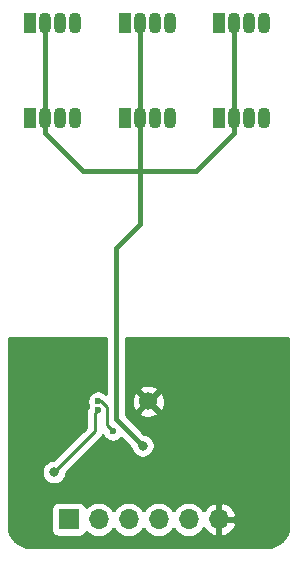
<source format=gbr>
G04 #@! TF.GenerationSoftware,KiCad,Pcbnew,(5.1.4)-1*
G04 #@! TF.CreationDate,2021-05-12T10:10:47-04:00*
G04 #@! TF.ProjectId,QAZ_IS31FL3746A_breakoutboard,51415a5f-4953-4333-9146-4c3337343641,rev?*
G04 #@! TF.SameCoordinates,Original*
G04 #@! TF.FileFunction,Copper,L2,Bot*
G04 #@! TF.FilePolarity,Positive*
%FSLAX46Y46*%
G04 Gerber Fmt 4.6, Leading zero omitted, Abs format (unit mm)*
G04 Created by KiCad (PCBNEW (5.1.4)-1) date 2021-05-12 10:10:47*
%MOMM*%
%LPD*%
G04 APERTURE LIST*
%ADD10O,1.700000X1.700000*%
%ADD11R,1.700000X1.700000*%
%ADD12C,1.524000*%
%ADD13O,1.070000X1.800000*%
%ADD14R,1.070000X1.800000*%
%ADD15C,0.800000*%
%ADD16C,0.600000*%
%ADD17C,0.250000*%
%ADD18C,0.400000*%
%ADD19C,0.254000*%
G04 APERTURE END LIST*
D10*
X145450000Y-76000000D03*
X142910000Y-76000000D03*
X140370000Y-76000000D03*
X137830000Y-76000000D03*
X135290000Y-76000000D03*
D11*
X132750000Y-76000000D03*
D12*
X139500000Y-66000000D03*
D13*
X149310000Y-42000000D03*
X148040000Y-42000000D03*
X146770000Y-42000000D03*
D14*
X145500000Y-42000000D03*
D13*
X149310000Y-34000000D03*
X148040000Y-34000000D03*
X146770000Y-34000000D03*
D14*
X145500000Y-34000000D03*
D13*
X141310000Y-42000000D03*
X140040000Y-42000000D03*
X138770000Y-42000000D03*
D14*
X137500000Y-42000000D03*
D13*
X141310000Y-34000000D03*
X140040000Y-34000000D03*
X138770000Y-34000000D03*
D14*
X137500000Y-34000000D03*
D13*
X133310000Y-42000000D03*
X132040000Y-42000000D03*
X130770000Y-42000000D03*
D14*
X129500000Y-42000000D03*
D13*
X133310000Y-34000000D03*
X132040000Y-34000000D03*
X130770000Y-34000000D03*
D14*
X129500000Y-34000000D03*
D15*
X145500000Y-73000000D03*
X148500000Y-73500000D03*
X150250000Y-73500000D03*
X144250000Y-73500000D03*
X144250000Y-72500000D03*
X144250000Y-71500000D03*
D16*
X135250000Y-66000000D03*
X136500000Y-68500000D03*
D15*
X139000000Y-69750000D03*
D16*
X135250000Y-66750000D03*
D15*
X131500000Y-72000000D03*
D17*
X136000000Y-68000000D02*
X136000000Y-66500000D01*
X136000000Y-66500000D02*
X135500000Y-66000000D01*
X135500000Y-66000000D02*
X135250000Y-66000000D01*
X136000000Y-68000000D02*
X136500000Y-68500000D01*
D18*
X139000000Y-69750000D02*
X136750000Y-67500000D01*
X138770000Y-43300000D02*
X138770000Y-42000000D01*
X138770000Y-42000000D02*
X138770000Y-34000000D01*
X146770000Y-42000000D02*
X146770000Y-34000000D01*
X130770000Y-42000000D02*
X130770000Y-34000000D01*
X136750000Y-67500000D02*
X136750000Y-53000000D01*
X136750000Y-53000000D02*
X138770000Y-50980000D01*
X146770000Y-43300000D02*
X146770000Y-42000000D01*
X138770000Y-46520000D02*
X143550000Y-46520000D01*
X143550000Y-46520000D02*
X146770000Y-43300000D01*
X138770000Y-46520000D02*
X138770000Y-42000000D01*
X138770000Y-50980000D02*
X138770000Y-46520000D01*
X130770000Y-43300000D02*
X130770000Y-42000000D01*
X133990000Y-46520000D02*
X130770000Y-43300000D01*
X138770000Y-46520000D02*
X133990000Y-46520000D01*
D17*
X135250000Y-66750000D02*
X135250000Y-66750000D01*
X134950001Y-67049999D02*
X134950001Y-68549999D01*
X135250000Y-66750000D02*
X134950001Y-67049999D01*
X134950001Y-68549999D02*
X131500000Y-72000000D01*
X131500000Y-72000000D02*
X131500000Y-72000000D01*
D19*
G36*
X135915000Y-65342710D02*
G01*
X135846028Y-65273738D01*
X135692889Y-65171414D01*
X135522729Y-65100932D01*
X135342089Y-65065000D01*
X135157911Y-65065000D01*
X134977271Y-65100932D01*
X134807111Y-65171414D01*
X134653972Y-65273738D01*
X134523738Y-65403972D01*
X134421414Y-65557111D01*
X134350932Y-65727271D01*
X134315000Y-65907911D01*
X134315000Y-66092089D01*
X134350932Y-66272729D01*
X134393294Y-66375000D01*
X134350932Y-66477271D01*
X134323442Y-66615469D01*
X134315027Y-66625723D01*
X134249132Y-66749003D01*
X134244455Y-66757753D01*
X134200998Y-66901014D01*
X134190001Y-67012667D01*
X134190001Y-67012677D01*
X134186325Y-67049999D01*
X134190001Y-67087322D01*
X134190002Y-68235196D01*
X131460199Y-70965000D01*
X131398061Y-70965000D01*
X131198102Y-71004774D01*
X131009744Y-71082795D01*
X130840226Y-71196063D01*
X130696063Y-71340226D01*
X130582795Y-71509744D01*
X130504774Y-71698102D01*
X130465000Y-71898061D01*
X130465000Y-72101939D01*
X130504774Y-72301898D01*
X130582795Y-72490256D01*
X130696063Y-72659774D01*
X130840226Y-72803937D01*
X131009744Y-72917205D01*
X131198102Y-72995226D01*
X131398061Y-73035000D01*
X131601939Y-73035000D01*
X131801898Y-72995226D01*
X131990256Y-72917205D01*
X132159774Y-72803937D01*
X132303937Y-72659774D01*
X132417205Y-72490256D01*
X132495226Y-72301898D01*
X132535000Y-72101939D01*
X132535000Y-72039801D01*
X135461004Y-69113798D01*
X135490002Y-69090000D01*
X135584975Y-68974275D01*
X135641000Y-68869462D01*
X135671414Y-68942889D01*
X135773738Y-69096028D01*
X135903972Y-69226262D01*
X136057111Y-69328586D01*
X136227271Y-69399068D01*
X136407911Y-69435000D01*
X136592089Y-69435000D01*
X136772729Y-69399068D01*
X136942889Y-69328586D01*
X137096028Y-69226262D01*
X137195711Y-69126579D01*
X137975908Y-69906776D01*
X138004774Y-70051898D01*
X138082795Y-70240256D01*
X138196063Y-70409774D01*
X138340226Y-70553937D01*
X138509744Y-70667205D01*
X138698102Y-70745226D01*
X138898061Y-70785000D01*
X139101939Y-70785000D01*
X139301898Y-70745226D01*
X139490256Y-70667205D01*
X139659774Y-70553937D01*
X139803937Y-70409774D01*
X139917205Y-70240256D01*
X139995226Y-70051898D01*
X140035000Y-69851939D01*
X140035000Y-69648061D01*
X139995226Y-69448102D01*
X139917205Y-69259744D01*
X139803937Y-69090226D01*
X139659774Y-68946063D01*
X139490256Y-68832795D01*
X139301898Y-68754774D01*
X139156776Y-68725908D01*
X137585000Y-67154133D01*
X137585000Y-66965565D01*
X138714040Y-66965565D01*
X138781020Y-67205656D01*
X139030048Y-67322756D01*
X139297135Y-67389023D01*
X139572017Y-67401910D01*
X139844133Y-67360922D01*
X140103023Y-67267636D01*
X140218980Y-67205656D01*
X140285960Y-66965565D01*
X139500000Y-66179605D01*
X138714040Y-66965565D01*
X137585000Y-66965565D01*
X137585000Y-66072017D01*
X138098090Y-66072017D01*
X138139078Y-66344133D01*
X138232364Y-66603023D01*
X138294344Y-66718980D01*
X138534435Y-66785960D01*
X139320395Y-66000000D01*
X139679605Y-66000000D01*
X140465565Y-66785960D01*
X140705656Y-66718980D01*
X140822756Y-66469952D01*
X140889023Y-66202865D01*
X140901910Y-65927983D01*
X140860922Y-65655867D01*
X140767636Y-65396977D01*
X140705656Y-65281020D01*
X140465565Y-65214040D01*
X139679605Y-66000000D01*
X139320395Y-66000000D01*
X138534435Y-65214040D01*
X138294344Y-65281020D01*
X138177244Y-65530048D01*
X138110977Y-65797135D01*
X138098090Y-66072017D01*
X137585000Y-66072017D01*
X137585000Y-65034435D01*
X138714040Y-65034435D01*
X139500000Y-65820395D01*
X140285960Y-65034435D01*
X140218980Y-64794344D01*
X139969952Y-64677244D01*
X139702865Y-64610977D01*
X139427983Y-64598090D01*
X139155867Y-64639078D01*
X138896977Y-64732364D01*
X138781020Y-64794344D01*
X138714040Y-65034435D01*
X137585000Y-65034435D01*
X137585000Y-60627000D01*
X151340000Y-60627000D01*
X151340001Y-73967572D01*
X151340000Y-73967582D01*
X151340001Y-76467711D01*
X151301853Y-76856776D01*
X151198238Y-77199964D01*
X151029939Y-77516489D01*
X150803365Y-77794296D01*
X150527146Y-78022805D01*
X150211803Y-78193310D01*
X149869344Y-78299319D01*
X149482288Y-78340000D01*
X129532279Y-78340000D01*
X129143224Y-78301853D01*
X128800036Y-78198238D01*
X128483511Y-78029939D01*
X128205704Y-77803365D01*
X127977195Y-77527146D01*
X127806690Y-77211803D01*
X127700681Y-76869344D01*
X127660000Y-76482288D01*
X127660000Y-75150000D01*
X131261928Y-75150000D01*
X131261928Y-76850000D01*
X131274188Y-76974482D01*
X131310498Y-77094180D01*
X131369463Y-77204494D01*
X131448815Y-77301185D01*
X131545506Y-77380537D01*
X131655820Y-77439502D01*
X131775518Y-77475812D01*
X131900000Y-77488072D01*
X133600000Y-77488072D01*
X133724482Y-77475812D01*
X133844180Y-77439502D01*
X133954494Y-77380537D01*
X134051185Y-77301185D01*
X134130537Y-77204494D01*
X134189502Y-77094180D01*
X134210393Y-77025313D01*
X134234866Y-77055134D01*
X134460986Y-77240706D01*
X134718966Y-77378599D01*
X134998889Y-77463513D01*
X135217050Y-77485000D01*
X135362950Y-77485000D01*
X135581111Y-77463513D01*
X135861034Y-77378599D01*
X136119014Y-77240706D01*
X136345134Y-77055134D01*
X136530706Y-76829014D01*
X136560000Y-76774209D01*
X136589294Y-76829014D01*
X136774866Y-77055134D01*
X137000986Y-77240706D01*
X137258966Y-77378599D01*
X137538889Y-77463513D01*
X137757050Y-77485000D01*
X137902950Y-77485000D01*
X138121111Y-77463513D01*
X138401034Y-77378599D01*
X138659014Y-77240706D01*
X138885134Y-77055134D01*
X139070706Y-76829014D01*
X139100000Y-76774209D01*
X139129294Y-76829014D01*
X139314866Y-77055134D01*
X139540986Y-77240706D01*
X139798966Y-77378599D01*
X140078889Y-77463513D01*
X140297050Y-77485000D01*
X140442950Y-77485000D01*
X140661111Y-77463513D01*
X140941034Y-77378599D01*
X141199014Y-77240706D01*
X141425134Y-77055134D01*
X141610706Y-76829014D01*
X141640000Y-76774209D01*
X141669294Y-76829014D01*
X141854866Y-77055134D01*
X142080986Y-77240706D01*
X142338966Y-77378599D01*
X142618889Y-77463513D01*
X142837050Y-77485000D01*
X142982950Y-77485000D01*
X143201111Y-77463513D01*
X143481034Y-77378599D01*
X143739014Y-77240706D01*
X143965134Y-77055134D01*
X144150706Y-76829014D01*
X144185201Y-76764477D01*
X144254822Y-76881355D01*
X144449731Y-77097588D01*
X144683080Y-77271641D01*
X144945901Y-77396825D01*
X145093110Y-77441476D01*
X145323000Y-77320155D01*
X145323000Y-76127000D01*
X145577000Y-76127000D01*
X145577000Y-77320155D01*
X145806890Y-77441476D01*
X145954099Y-77396825D01*
X146216920Y-77271641D01*
X146450269Y-77097588D01*
X146645178Y-76881355D01*
X146794157Y-76631252D01*
X146891481Y-76356891D01*
X146770814Y-76127000D01*
X145577000Y-76127000D01*
X145323000Y-76127000D01*
X145303000Y-76127000D01*
X145303000Y-75873000D01*
X145323000Y-75873000D01*
X145323000Y-74679845D01*
X145577000Y-74679845D01*
X145577000Y-75873000D01*
X146770814Y-75873000D01*
X146891481Y-75643109D01*
X146794157Y-75368748D01*
X146645178Y-75118645D01*
X146450269Y-74902412D01*
X146216920Y-74728359D01*
X145954099Y-74603175D01*
X145806890Y-74558524D01*
X145577000Y-74679845D01*
X145323000Y-74679845D01*
X145093110Y-74558524D01*
X144945901Y-74603175D01*
X144683080Y-74728359D01*
X144449731Y-74902412D01*
X144254822Y-75118645D01*
X144185201Y-75235523D01*
X144150706Y-75170986D01*
X143965134Y-74944866D01*
X143739014Y-74759294D01*
X143481034Y-74621401D01*
X143201111Y-74536487D01*
X142982950Y-74515000D01*
X142837050Y-74515000D01*
X142618889Y-74536487D01*
X142338966Y-74621401D01*
X142080986Y-74759294D01*
X141854866Y-74944866D01*
X141669294Y-75170986D01*
X141640000Y-75225791D01*
X141610706Y-75170986D01*
X141425134Y-74944866D01*
X141199014Y-74759294D01*
X140941034Y-74621401D01*
X140661111Y-74536487D01*
X140442950Y-74515000D01*
X140297050Y-74515000D01*
X140078889Y-74536487D01*
X139798966Y-74621401D01*
X139540986Y-74759294D01*
X139314866Y-74944866D01*
X139129294Y-75170986D01*
X139100000Y-75225791D01*
X139070706Y-75170986D01*
X138885134Y-74944866D01*
X138659014Y-74759294D01*
X138401034Y-74621401D01*
X138121111Y-74536487D01*
X137902950Y-74515000D01*
X137757050Y-74515000D01*
X137538889Y-74536487D01*
X137258966Y-74621401D01*
X137000986Y-74759294D01*
X136774866Y-74944866D01*
X136589294Y-75170986D01*
X136560000Y-75225791D01*
X136530706Y-75170986D01*
X136345134Y-74944866D01*
X136119014Y-74759294D01*
X135861034Y-74621401D01*
X135581111Y-74536487D01*
X135362950Y-74515000D01*
X135217050Y-74515000D01*
X134998889Y-74536487D01*
X134718966Y-74621401D01*
X134460986Y-74759294D01*
X134234866Y-74944866D01*
X134210393Y-74974687D01*
X134189502Y-74905820D01*
X134130537Y-74795506D01*
X134051185Y-74698815D01*
X133954494Y-74619463D01*
X133844180Y-74560498D01*
X133724482Y-74524188D01*
X133600000Y-74511928D01*
X131900000Y-74511928D01*
X131775518Y-74524188D01*
X131655820Y-74560498D01*
X131545506Y-74619463D01*
X131448815Y-74698815D01*
X131369463Y-74795506D01*
X131310498Y-74905820D01*
X131274188Y-75025518D01*
X131261928Y-75150000D01*
X127660000Y-75150000D01*
X127660000Y-60627000D01*
X135915000Y-60627000D01*
X135915000Y-65342710D01*
X135915000Y-65342710D01*
G37*
X135915000Y-65342710D02*
X135846028Y-65273738D01*
X135692889Y-65171414D01*
X135522729Y-65100932D01*
X135342089Y-65065000D01*
X135157911Y-65065000D01*
X134977271Y-65100932D01*
X134807111Y-65171414D01*
X134653972Y-65273738D01*
X134523738Y-65403972D01*
X134421414Y-65557111D01*
X134350932Y-65727271D01*
X134315000Y-65907911D01*
X134315000Y-66092089D01*
X134350932Y-66272729D01*
X134393294Y-66375000D01*
X134350932Y-66477271D01*
X134323442Y-66615469D01*
X134315027Y-66625723D01*
X134249132Y-66749003D01*
X134244455Y-66757753D01*
X134200998Y-66901014D01*
X134190001Y-67012667D01*
X134190001Y-67012677D01*
X134186325Y-67049999D01*
X134190001Y-67087322D01*
X134190002Y-68235196D01*
X131460199Y-70965000D01*
X131398061Y-70965000D01*
X131198102Y-71004774D01*
X131009744Y-71082795D01*
X130840226Y-71196063D01*
X130696063Y-71340226D01*
X130582795Y-71509744D01*
X130504774Y-71698102D01*
X130465000Y-71898061D01*
X130465000Y-72101939D01*
X130504774Y-72301898D01*
X130582795Y-72490256D01*
X130696063Y-72659774D01*
X130840226Y-72803937D01*
X131009744Y-72917205D01*
X131198102Y-72995226D01*
X131398061Y-73035000D01*
X131601939Y-73035000D01*
X131801898Y-72995226D01*
X131990256Y-72917205D01*
X132159774Y-72803937D01*
X132303937Y-72659774D01*
X132417205Y-72490256D01*
X132495226Y-72301898D01*
X132535000Y-72101939D01*
X132535000Y-72039801D01*
X135461004Y-69113798D01*
X135490002Y-69090000D01*
X135584975Y-68974275D01*
X135641000Y-68869462D01*
X135671414Y-68942889D01*
X135773738Y-69096028D01*
X135903972Y-69226262D01*
X136057111Y-69328586D01*
X136227271Y-69399068D01*
X136407911Y-69435000D01*
X136592089Y-69435000D01*
X136772729Y-69399068D01*
X136942889Y-69328586D01*
X137096028Y-69226262D01*
X137195711Y-69126579D01*
X137975908Y-69906776D01*
X138004774Y-70051898D01*
X138082795Y-70240256D01*
X138196063Y-70409774D01*
X138340226Y-70553937D01*
X138509744Y-70667205D01*
X138698102Y-70745226D01*
X138898061Y-70785000D01*
X139101939Y-70785000D01*
X139301898Y-70745226D01*
X139490256Y-70667205D01*
X139659774Y-70553937D01*
X139803937Y-70409774D01*
X139917205Y-70240256D01*
X139995226Y-70051898D01*
X140035000Y-69851939D01*
X140035000Y-69648061D01*
X139995226Y-69448102D01*
X139917205Y-69259744D01*
X139803937Y-69090226D01*
X139659774Y-68946063D01*
X139490256Y-68832795D01*
X139301898Y-68754774D01*
X139156776Y-68725908D01*
X137585000Y-67154133D01*
X137585000Y-66965565D01*
X138714040Y-66965565D01*
X138781020Y-67205656D01*
X139030048Y-67322756D01*
X139297135Y-67389023D01*
X139572017Y-67401910D01*
X139844133Y-67360922D01*
X140103023Y-67267636D01*
X140218980Y-67205656D01*
X140285960Y-66965565D01*
X139500000Y-66179605D01*
X138714040Y-66965565D01*
X137585000Y-66965565D01*
X137585000Y-66072017D01*
X138098090Y-66072017D01*
X138139078Y-66344133D01*
X138232364Y-66603023D01*
X138294344Y-66718980D01*
X138534435Y-66785960D01*
X139320395Y-66000000D01*
X139679605Y-66000000D01*
X140465565Y-66785960D01*
X140705656Y-66718980D01*
X140822756Y-66469952D01*
X140889023Y-66202865D01*
X140901910Y-65927983D01*
X140860922Y-65655867D01*
X140767636Y-65396977D01*
X140705656Y-65281020D01*
X140465565Y-65214040D01*
X139679605Y-66000000D01*
X139320395Y-66000000D01*
X138534435Y-65214040D01*
X138294344Y-65281020D01*
X138177244Y-65530048D01*
X138110977Y-65797135D01*
X138098090Y-66072017D01*
X137585000Y-66072017D01*
X137585000Y-65034435D01*
X138714040Y-65034435D01*
X139500000Y-65820395D01*
X140285960Y-65034435D01*
X140218980Y-64794344D01*
X139969952Y-64677244D01*
X139702865Y-64610977D01*
X139427983Y-64598090D01*
X139155867Y-64639078D01*
X138896977Y-64732364D01*
X138781020Y-64794344D01*
X138714040Y-65034435D01*
X137585000Y-65034435D01*
X137585000Y-60627000D01*
X151340000Y-60627000D01*
X151340001Y-73967572D01*
X151340000Y-73967582D01*
X151340001Y-76467711D01*
X151301853Y-76856776D01*
X151198238Y-77199964D01*
X151029939Y-77516489D01*
X150803365Y-77794296D01*
X150527146Y-78022805D01*
X150211803Y-78193310D01*
X149869344Y-78299319D01*
X149482288Y-78340000D01*
X129532279Y-78340000D01*
X129143224Y-78301853D01*
X128800036Y-78198238D01*
X128483511Y-78029939D01*
X128205704Y-77803365D01*
X127977195Y-77527146D01*
X127806690Y-77211803D01*
X127700681Y-76869344D01*
X127660000Y-76482288D01*
X127660000Y-75150000D01*
X131261928Y-75150000D01*
X131261928Y-76850000D01*
X131274188Y-76974482D01*
X131310498Y-77094180D01*
X131369463Y-77204494D01*
X131448815Y-77301185D01*
X131545506Y-77380537D01*
X131655820Y-77439502D01*
X131775518Y-77475812D01*
X131900000Y-77488072D01*
X133600000Y-77488072D01*
X133724482Y-77475812D01*
X133844180Y-77439502D01*
X133954494Y-77380537D01*
X134051185Y-77301185D01*
X134130537Y-77204494D01*
X134189502Y-77094180D01*
X134210393Y-77025313D01*
X134234866Y-77055134D01*
X134460986Y-77240706D01*
X134718966Y-77378599D01*
X134998889Y-77463513D01*
X135217050Y-77485000D01*
X135362950Y-77485000D01*
X135581111Y-77463513D01*
X135861034Y-77378599D01*
X136119014Y-77240706D01*
X136345134Y-77055134D01*
X136530706Y-76829014D01*
X136560000Y-76774209D01*
X136589294Y-76829014D01*
X136774866Y-77055134D01*
X137000986Y-77240706D01*
X137258966Y-77378599D01*
X137538889Y-77463513D01*
X137757050Y-77485000D01*
X137902950Y-77485000D01*
X138121111Y-77463513D01*
X138401034Y-77378599D01*
X138659014Y-77240706D01*
X138885134Y-77055134D01*
X139070706Y-76829014D01*
X139100000Y-76774209D01*
X139129294Y-76829014D01*
X139314866Y-77055134D01*
X139540986Y-77240706D01*
X139798966Y-77378599D01*
X140078889Y-77463513D01*
X140297050Y-77485000D01*
X140442950Y-77485000D01*
X140661111Y-77463513D01*
X140941034Y-77378599D01*
X141199014Y-77240706D01*
X141425134Y-77055134D01*
X141610706Y-76829014D01*
X141640000Y-76774209D01*
X141669294Y-76829014D01*
X141854866Y-77055134D01*
X142080986Y-77240706D01*
X142338966Y-77378599D01*
X142618889Y-77463513D01*
X142837050Y-77485000D01*
X142982950Y-77485000D01*
X143201111Y-77463513D01*
X143481034Y-77378599D01*
X143739014Y-77240706D01*
X143965134Y-77055134D01*
X144150706Y-76829014D01*
X144185201Y-76764477D01*
X144254822Y-76881355D01*
X144449731Y-77097588D01*
X144683080Y-77271641D01*
X144945901Y-77396825D01*
X145093110Y-77441476D01*
X145323000Y-77320155D01*
X145323000Y-76127000D01*
X145577000Y-76127000D01*
X145577000Y-77320155D01*
X145806890Y-77441476D01*
X145954099Y-77396825D01*
X146216920Y-77271641D01*
X146450269Y-77097588D01*
X146645178Y-76881355D01*
X146794157Y-76631252D01*
X146891481Y-76356891D01*
X146770814Y-76127000D01*
X145577000Y-76127000D01*
X145323000Y-76127000D01*
X145303000Y-76127000D01*
X145303000Y-75873000D01*
X145323000Y-75873000D01*
X145323000Y-74679845D01*
X145577000Y-74679845D01*
X145577000Y-75873000D01*
X146770814Y-75873000D01*
X146891481Y-75643109D01*
X146794157Y-75368748D01*
X146645178Y-75118645D01*
X146450269Y-74902412D01*
X146216920Y-74728359D01*
X145954099Y-74603175D01*
X145806890Y-74558524D01*
X145577000Y-74679845D01*
X145323000Y-74679845D01*
X145093110Y-74558524D01*
X144945901Y-74603175D01*
X144683080Y-74728359D01*
X144449731Y-74902412D01*
X144254822Y-75118645D01*
X144185201Y-75235523D01*
X144150706Y-75170986D01*
X143965134Y-74944866D01*
X143739014Y-74759294D01*
X143481034Y-74621401D01*
X143201111Y-74536487D01*
X142982950Y-74515000D01*
X142837050Y-74515000D01*
X142618889Y-74536487D01*
X142338966Y-74621401D01*
X142080986Y-74759294D01*
X141854866Y-74944866D01*
X141669294Y-75170986D01*
X141640000Y-75225791D01*
X141610706Y-75170986D01*
X141425134Y-74944866D01*
X141199014Y-74759294D01*
X140941034Y-74621401D01*
X140661111Y-74536487D01*
X140442950Y-74515000D01*
X140297050Y-74515000D01*
X140078889Y-74536487D01*
X139798966Y-74621401D01*
X139540986Y-74759294D01*
X139314866Y-74944866D01*
X139129294Y-75170986D01*
X139100000Y-75225791D01*
X139070706Y-75170986D01*
X138885134Y-74944866D01*
X138659014Y-74759294D01*
X138401034Y-74621401D01*
X138121111Y-74536487D01*
X137902950Y-74515000D01*
X137757050Y-74515000D01*
X137538889Y-74536487D01*
X137258966Y-74621401D01*
X137000986Y-74759294D01*
X136774866Y-74944866D01*
X136589294Y-75170986D01*
X136560000Y-75225791D01*
X136530706Y-75170986D01*
X136345134Y-74944866D01*
X136119014Y-74759294D01*
X135861034Y-74621401D01*
X135581111Y-74536487D01*
X135362950Y-74515000D01*
X135217050Y-74515000D01*
X134998889Y-74536487D01*
X134718966Y-74621401D01*
X134460986Y-74759294D01*
X134234866Y-74944866D01*
X134210393Y-74974687D01*
X134189502Y-74905820D01*
X134130537Y-74795506D01*
X134051185Y-74698815D01*
X133954494Y-74619463D01*
X133844180Y-74560498D01*
X133724482Y-74524188D01*
X133600000Y-74511928D01*
X131900000Y-74511928D01*
X131775518Y-74524188D01*
X131655820Y-74560498D01*
X131545506Y-74619463D01*
X131448815Y-74698815D01*
X131369463Y-74795506D01*
X131310498Y-74905820D01*
X131274188Y-75025518D01*
X131261928Y-75150000D01*
X127660000Y-75150000D01*
X127660000Y-60627000D01*
X135915000Y-60627000D01*
X135915000Y-65342710D01*
M02*

</source>
